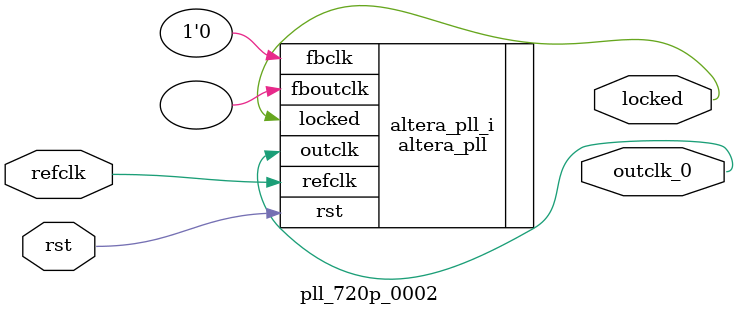
<source format=v>
`timescale 1ns/10ps
module  pll_720p_0002(

	// interface 'refclk'
	input wire refclk,

	// interface 'reset'
	input wire rst,

	// interface 'outclk0'
	output wire outclk_0,

	// interface 'locked'
	output wire locked
);

	altera_pll #(
		.fractional_vco_multiplier("false"),
		.reference_clock_frequency("50.0 MHz"),
		.operation_mode("direct"),
		.number_of_clocks(1),
		.output_clock_frequency0("74.242424 MHz"),
		.phase_shift0("0 ps"),
		.duty_cycle0(50),
		.output_clock_frequency1("0 MHz"),
		.phase_shift1("0 ps"),
		.duty_cycle1(50),
		.output_clock_frequency2("0 MHz"),
		.phase_shift2("0 ps"),
		.duty_cycle2(50),
		.output_clock_frequency3("0 MHz"),
		.phase_shift3("0 ps"),
		.duty_cycle3(50),
		.output_clock_frequency4("0 MHz"),
		.phase_shift4("0 ps"),
		.duty_cycle4(50),
		.output_clock_frequency5("0 MHz"),
		.phase_shift5("0 ps"),
		.duty_cycle5(50),
		.output_clock_frequency6("0 MHz"),
		.phase_shift6("0 ps"),
		.duty_cycle6(50),
		.output_clock_frequency7("0 MHz"),
		.phase_shift7("0 ps"),
		.duty_cycle7(50),
		.output_clock_frequency8("0 MHz"),
		.phase_shift8("0 ps"),
		.duty_cycle8(50),
		.output_clock_frequency9("0 MHz"),
		.phase_shift9("0 ps"),
		.duty_cycle9(50),
		.output_clock_frequency10("0 MHz"),
		.phase_shift10("0 ps"),
		.duty_cycle10(50),
		.output_clock_frequency11("0 MHz"),
		.phase_shift11("0 ps"),
		.duty_cycle11(50),
		.output_clock_frequency12("0 MHz"),
		.phase_shift12("0 ps"),
		.duty_cycle12(50),
		.output_clock_frequency13("0 MHz"),
		.phase_shift13("0 ps"),
		.duty_cycle13(50),
		.output_clock_frequency14("0 MHz"),
		.phase_shift14("0 ps"),
		.duty_cycle14(50),
		.output_clock_frequency15("0 MHz"),
		.phase_shift15("0 ps"),
		.duty_cycle15(50),
		.output_clock_frequency16("0 MHz"),
		.phase_shift16("0 ps"),
		.duty_cycle16(50),
		.output_clock_frequency17("0 MHz"),
		.phase_shift17("0 ps"),
		.duty_cycle17(50),
		.pll_type("General"),
		.pll_subtype("General")
	) altera_pll_i (
		.rst	(rst),
		.outclk	({outclk_0}),
		.locked	(locked),
		.fboutclk	( ),
		.fbclk	(1'b0),
		.refclk	(refclk)
	);
endmodule


</source>
